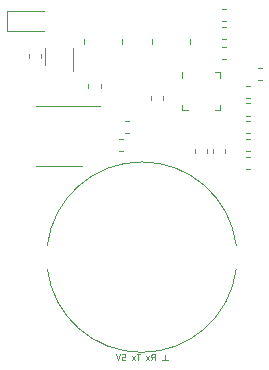
<source format=gbr>
G04 #@! TF.GenerationSoftware,KiCad,Pcbnew,(5.1.9)-1*
G04 #@! TF.CreationDate,2021-05-17T23:45:00+02:00*
G04 #@! TF.ProjectId,Omamori,4f6d616d-6f72-4692-9e6b-696361645f70,rev?*
G04 #@! TF.SameCoordinates,Original*
G04 #@! TF.FileFunction,Legend,Bot*
G04 #@! TF.FilePolarity,Positive*
%FSLAX46Y46*%
G04 Gerber Fmt 4.6, Leading zero omitted, Abs format (unit mm)*
G04 Created by KiCad (PCBNEW (5.1.9)-1) date 2021-05-17 23:45:00*
%MOMM*%
%LPD*%
G01*
G04 APERTURE LIST*
%ADD10C,0.120000*%
%ADD11C,0.125000*%
G04 APERTURE END LIST*
D10*
X21510000Y-22328733D02*
X21510000Y-22671267D01*
X20490000Y-22328733D02*
X20490000Y-22671267D01*
X13600000Y-17850000D02*
X16750000Y-17850000D01*
X13600000Y-16150000D02*
X16750000Y-16150000D01*
X13600000Y-17850000D02*
X13600000Y-16150000D01*
X27250000Y-45750000D02*
X26750000Y-45750000D01*
X27000000Y-45750000D02*
X27000000Y-45250000D01*
X32171267Y-20260000D02*
X31828733Y-20260000D01*
X32171267Y-19240000D02*
X31828733Y-19240000D01*
X18000000Y-29310000D02*
X16050000Y-29310000D01*
X18000000Y-29310000D02*
X19950000Y-29310000D01*
X18000000Y-24190000D02*
X16050000Y-24190000D01*
X18000000Y-24190000D02*
X21450000Y-24190000D01*
X17000001Y-38000001D02*
G75*
G03*
X32999999Y-37999999I7999999J1000001D01*
G01*
X32999999Y-35999999D02*
G75*
G03*
X17000001Y-36000001I-7999999J-1000001D01*
G01*
X16840000Y-20700000D02*
X16840000Y-19300000D01*
X19160000Y-19300000D02*
X19160000Y-21200000D01*
X33828733Y-22490000D02*
X34171267Y-22490000D01*
X33828733Y-23510000D02*
X34171267Y-23510000D01*
X33828733Y-26990000D02*
X34171267Y-26990000D01*
X33828733Y-28010000D02*
X34171267Y-28010000D01*
X34171267Y-26510000D02*
X33828733Y-26510000D01*
X34171267Y-25490000D02*
X33828733Y-25490000D01*
X33828733Y-23990000D02*
X34171267Y-23990000D01*
X33828733Y-25010000D02*
X34171267Y-25010000D01*
X30510000Y-27828733D02*
X30510000Y-28171267D01*
X29490000Y-27828733D02*
X29490000Y-28171267D01*
X32010000Y-27828733D02*
X32010000Y-28171267D01*
X30990000Y-27828733D02*
X30990000Y-28171267D01*
X34171267Y-29510000D02*
X33828733Y-29510000D01*
X34171267Y-28490000D02*
X33828733Y-28490000D01*
X31828733Y-17490000D02*
X32171267Y-17490000D01*
X31828733Y-18510000D02*
X32171267Y-18510000D01*
X23421267Y-28010000D02*
X23078733Y-28010000D01*
X23421267Y-26990000D02*
X23078733Y-26990000D01*
X29100000Y-18550000D02*
X29100000Y-18950000D01*
X25900000Y-18550000D02*
X25900000Y-18950000D01*
X20150000Y-18950000D02*
X20150000Y-18550000D01*
X23350000Y-18950000D02*
X23350000Y-18550000D01*
X34828733Y-20990000D02*
X35171267Y-20990000D01*
X34828733Y-22010000D02*
X35171267Y-22010000D01*
X16510000Y-19828733D02*
X16510000Y-20171267D01*
X15490000Y-19828733D02*
X15490000Y-20171267D01*
X23578733Y-25490000D02*
X23921267Y-25490000D01*
X23578733Y-26510000D02*
X23921267Y-26510000D01*
X31828733Y-15990000D02*
X32171267Y-15990000D01*
X31828733Y-17010000D02*
X32171267Y-17010000D01*
X26760000Y-23328733D02*
X26760000Y-23671267D01*
X25740000Y-23328733D02*
X25740000Y-23671267D01*
X28440000Y-21815000D02*
X28440000Y-21340000D01*
X31660000Y-24560000D02*
X31185000Y-24560000D01*
X31660000Y-24085000D02*
X31660000Y-24560000D01*
X31660000Y-21340000D02*
X31185000Y-21340000D01*
X31660000Y-21815000D02*
X31660000Y-21340000D01*
X28440000Y-24560000D02*
X28915000Y-24560000D01*
X28440000Y-24085000D02*
X28440000Y-24560000D01*
D11*
X23345238Y-45226190D02*
X23583333Y-45226190D01*
X23607142Y-45464285D01*
X23583333Y-45440476D01*
X23535714Y-45416666D01*
X23416666Y-45416666D01*
X23369047Y-45440476D01*
X23345238Y-45464285D01*
X23321428Y-45511904D01*
X23321428Y-45630952D01*
X23345238Y-45678571D01*
X23369047Y-45702380D01*
X23416666Y-45726190D01*
X23535714Y-45726190D01*
X23583333Y-45702380D01*
X23607142Y-45678571D01*
X23178571Y-45226190D02*
X23011904Y-45726190D01*
X22845238Y-45226190D01*
X24845238Y-45226190D02*
X24559523Y-45226190D01*
X24702380Y-45726190D02*
X24702380Y-45226190D01*
X24440476Y-45726190D02*
X24178571Y-45392857D01*
X24440476Y-45392857D02*
X24178571Y-45726190D01*
X25797619Y-45726190D02*
X25964285Y-45488095D01*
X26083333Y-45726190D02*
X26083333Y-45226190D01*
X25892857Y-45226190D01*
X25845238Y-45250000D01*
X25821428Y-45273809D01*
X25797619Y-45321428D01*
X25797619Y-45392857D01*
X25821428Y-45440476D01*
X25845238Y-45464285D01*
X25892857Y-45488095D01*
X26083333Y-45488095D01*
X25630952Y-45726190D02*
X25369047Y-45392857D01*
X25630952Y-45392857D02*
X25369047Y-45726190D01*
M02*

</source>
